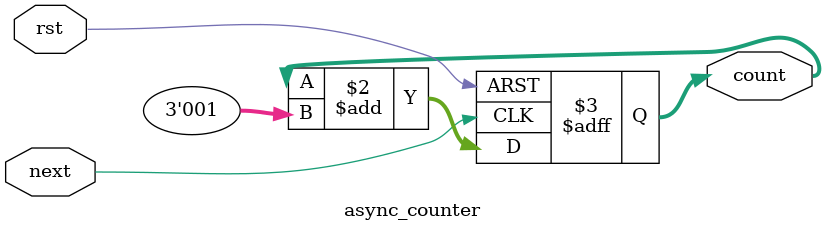
<source format=sv>
module async_counter#(parameter N=3)
					(input logic next, rst,
					output logic[N:0] count);

					
always_ff @(posedge next, posedge rst)
	if(rst) count <= 0;
	else count <= count + { {N-1 {1'b0}}, 1'b1};
	
endmodule 
</source>
